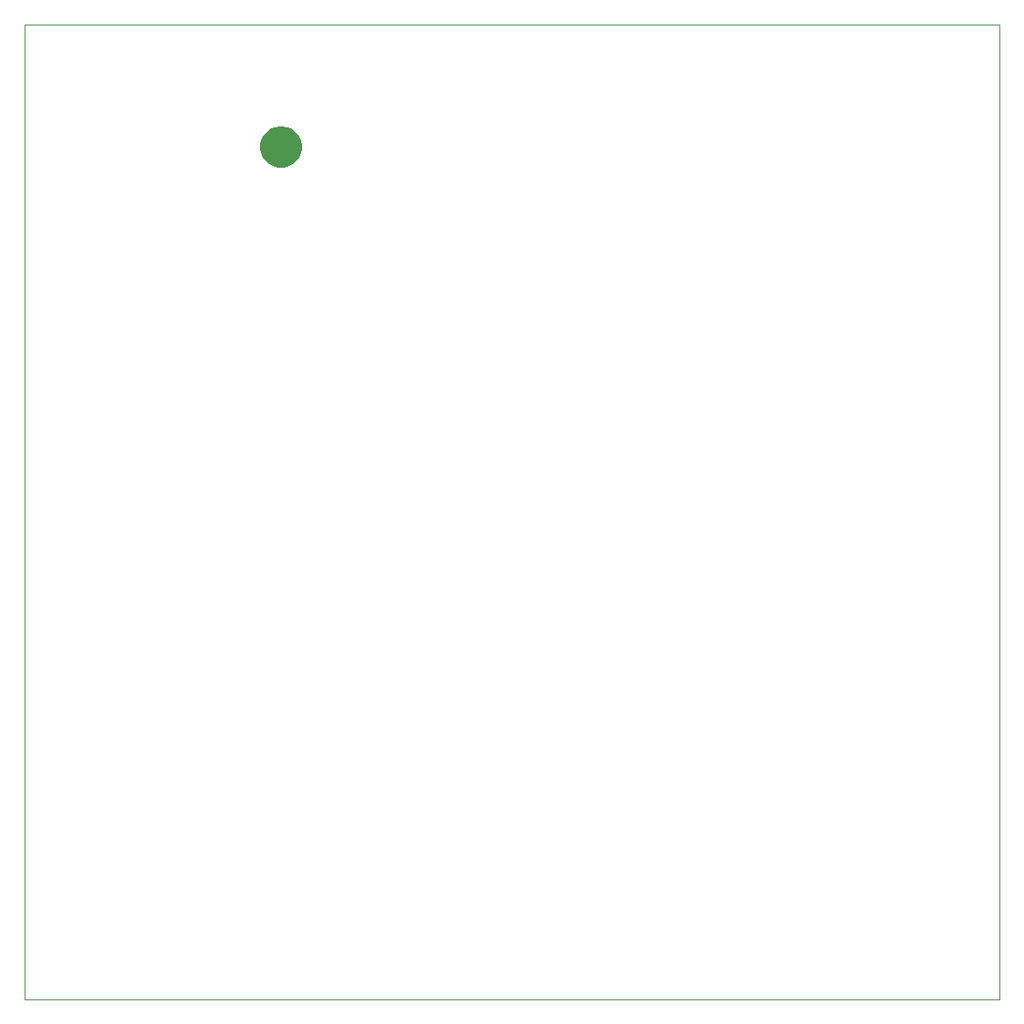
<source format=gbr>
%TF.GenerationSoftware,Altium Limited,Altium Designer,20.2.4 (192)*%
G04 Layer_Color=0*
%FSLAX26Y26*%
%MOIN*%
%TF.SameCoordinates,E583F5DD-14CA-44D8-B3B7-8EACC7EC20E5*%
%TF.FilePolarity,Positive*%
%TF.FileFunction,Profile,NP*%
%TF.Part,Single*%
G01*
G75*
%TA.AperFunction,Profile*%
%ADD105C,0.001000*%
G36*
X973639Y3157033D02*
X965883D01*
X950671Y3160059D01*
X936341Y3165994D01*
X923445Y3174611D01*
X912477Y3185579D01*
X903860Y3198475D01*
X897924Y3212805D01*
X894898Y3228017D01*
Y3235773D01*
Y3243528D01*
X897924Y3258740D01*
X903860Y3273070D01*
X912477Y3285967D01*
X923445Y3296934D01*
X936341Y3305551D01*
X950671Y3311487D01*
X965883Y3314513D01*
X973639D01*
X981394D01*
X996606Y3311487D01*
X1010936Y3305551D01*
X1023832Y3296934D01*
X1034800Y3285967D01*
X1043417Y3273070D01*
X1049353Y3258740D01*
X1052379Y3243528D01*
Y3235773D01*
Y3228017D01*
X1049353Y3212805D01*
X1043417Y3198475D01*
X1034800Y3185579D01*
X1023832Y3174611D01*
X1010936Y3165994D01*
X996606Y3160059D01*
X981394Y3157033D01*
X973639D01*
D01*
D02*
G37*
D105*
X0Y0D02*
X3700000D01*
Y3700000D01*
X0D01*
Y0D01*
%TF.MD5,a7eefc8895738e4dc4e0fec1692010b8*%
M02*

</source>
